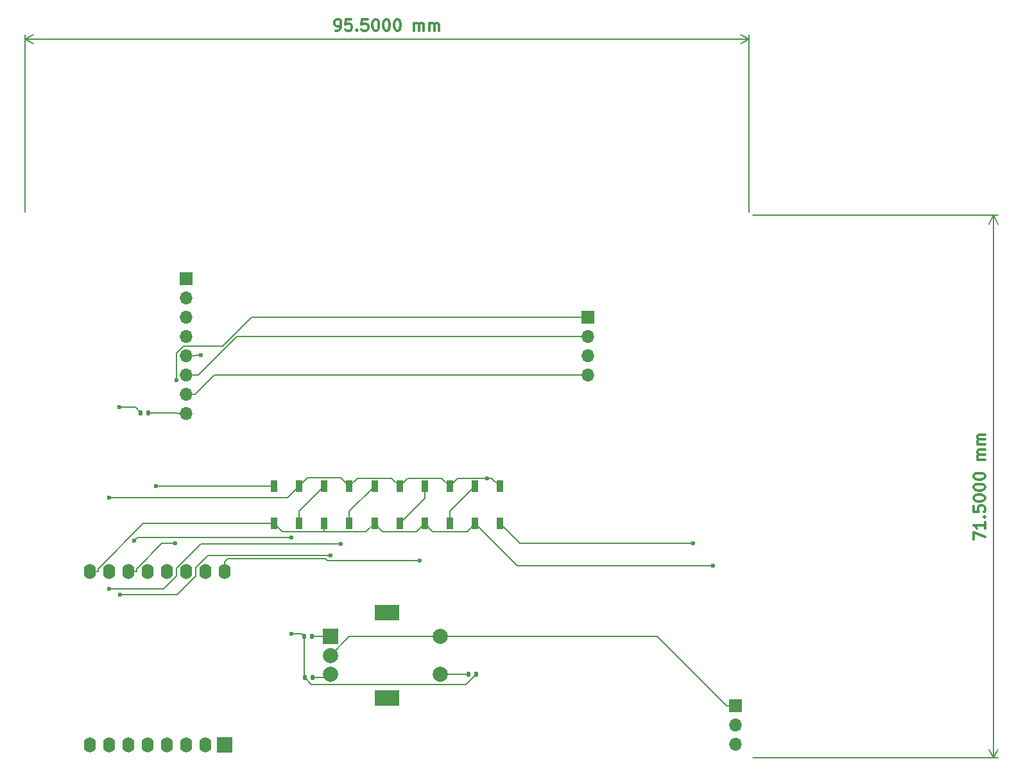
<source format=gbr>
%TF.GenerationSoftware,KiCad,Pcbnew,8.0.7-8.0.7-0~ubuntu22.04.1*%
%TF.CreationDate,2024-12-14T21:10:45+08:00*%
%TF.ProjectId,SmartClock,536d6172-7443-46c6-9f63-6b2e6b696361,rev?*%
%TF.SameCoordinates,Original*%
%TF.FileFunction,Copper,L1,Top*%
%TF.FilePolarity,Positive*%
%FSLAX46Y46*%
G04 Gerber Fmt 4.6, Leading zero omitted, Abs format (unit mm)*
G04 Created by KiCad (PCBNEW 8.0.7-8.0.7-0~ubuntu22.04.1) date 2024-12-14 21:10:45*
%MOMM*%
%LPD*%
G01*
G04 APERTURE LIST*
G04 Aperture macros list*
%AMRoundRect*
0 Rectangle with rounded corners*
0 $1 Rounding radius*
0 $2 $3 $4 $5 $6 $7 $8 $9 X,Y pos of 4 corners*
0 Add a 4 corners polygon primitive as box body*
4,1,4,$2,$3,$4,$5,$6,$7,$8,$9,$2,$3,0*
0 Add four circle primitives for the rounded corners*
1,1,$1+$1,$2,$3*
1,1,$1+$1,$4,$5*
1,1,$1+$1,$6,$7*
1,1,$1+$1,$8,$9*
0 Add four rect primitives between the rounded corners*
20,1,$1+$1,$2,$3,$4,$5,0*
20,1,$1+$1,$4,$5,$6,$7,0*
20,1,$1+$1,$6,$7,$8,$9,0*
20,1,$1+$1,$8,$9,$2,$3,0*%
G04 Aperture macros list end*
%ADD10C,0.300000*%
%TA.AperFunction,NonConductor*%
%ADD11C,0.300000*%
%TD*%
%TA.AperFunction,NonConductor*%
%ADD12C,0.200000*%
%TD*%
%TA.AperFunction,SMDPad,CuDef*%
%ADD13RoundRect,0.090000X0.360000X-0.660000X0.360000X0.660000X-0.360000X0.660000X-0.360000X-0.660000X0*%
%TD*%
%TA.AperFunction,ComponentPad*%
%ADD14R,1.700000X1.700000*%
%TD*%
%TA.AperFunction,ComponentPad*%
%ADD15O,1.700000X1.700000*%
%TD*%
%TA.AperFunction,ComponentPad*%
%ADD16R,2.000000X2.000000*%
%TD*%
%TA.AperFunction,ComponentPad*%
%ADD17C,2.000000*%
%TD*%
%TA.AperFunction,ComponentPad*%
%ADD18R,3.200000X2.000000*%
%TD*%
%TA.AperFunction,SMDPad,CuDef*%
%ADD19RoundRect,0.135000X0.135000X0.185000X-0.135000X0.185000X-0.135000X-0.185000X0.135000X-0.185000X0*%
%TD*%
%TA.AperFunction,SMDPad,CuDef*%
%ADD20RoundRect,0.135000X-0.135000X-0.185000X0.135000X-0.185000X0.135000X0.185000X-0.135000X0.185000X0*%
%TD*%
%TA.AperFunction,ComponentPad*%
%ADD21O,1.600000X2.000000*%
%TD*%
%TA.AperFunction,ViaPad*%
%ADD22C,0.600000*%
%TD*%
%TA.AperFunction,Conductor*%
%ADD23C,0.200000*%
%TD*%
G04 APERTURE END LIST*
D10*
D11*
X135964287Y-28628328D02*
X136250001Y-28628328D01*
X136250001Y-28628328D02*
X136392858Y-28556900D01*
X136392858Y-28556900D02*
X136464287Y-28485471D01*
X136464287Y-28485471D02*
X136607144Y-28271185D01*
X136607144Y-28271185D02*
X136678573Y-27985471D01*
X136678573Y-27985471D02*
X136678573Y-27414042D01*
X136678573Y-27414042D02*
X136607144Y-27271185D01*
X136607144Y-27271185D02*
X136535716Y-27199757D01*
X136535716Y-27199757D02*
X136392858Y-27128328D01*
X136392858Y-27128328D02*
X136107144Y-27128328D01*
X136107144Y-27128328D02*
X135964287Y-27199757D01*
X135964287Y-27199757D02*
X135892858Y-27271185D01*
X135892858Y-27271185D02*
X135821430Y-27414042D01*
X135821430Y-27414042D02*
X135821430Y-27771185D01*
X135821430Y-27771185D02*
X135892858Y-27914042D01*
X135892858Y-27914042D02*
X135964287Y-27985471D01*
X135964287Y-27985471D02*
X136107144Y-28056900D01*
X136107144Y-28056900D02*
X136392858Y-28056900D01*
X136392858Y-28056900D02*
X136535716Y-27985471D01*
X136535716Y-27985471D02*
X136607144Y-27914042D01*
X136607144Y-27914042D02*
X136678573Y-27771185D01*
X138035715Y-27128328D02*
X137321429Y-27128328D01*
X137321429Y-27128328D02*
X137250001Y-27842614D01*
X137250001Y-27842614D02*
X137321429Y-27771185D01*
X137321429Y-27771185D02*
X137464287Y-27699757D01*
X137464287Y-27699757D02*
X137821429Y-27699757D01*
X137821429Y-27699757D02*
X137964287Y-27771185D01*
X137964287Y-27771185D02*
X138035715Y-27842614D01*
X138035715Y-27842614D02*
X138107144Y-27985471D01*
X138107144Y-27985471D02*
X138107144Y-28342614D01*
X138107144Y-28342614D02*
X138035715Y-28485471D01*
X138035715Y-28485471D02*
X137964287Y-28556900D01*
X137964287Y-28556900D02*
X137821429Y-28628328D01*
X137821429Y-28628328D02*
X137464287Y-28628328D01*
X137464287Y-28628328D02*
X137321429Y-28556900D01*
X137321429Y-28556900D02*
X137250001Y-28485471D01*
X138750000Y-28485471D02*
X138821429Y-28556900D01*
X138821429Y-28556900D02*
X138750000Y-28628328D01*
X138750000Y-28628328D02*
X138678572Y-28556900D01*
X138678572Y-28556900D02*
X138750000Y-28485471D01*
X138750000Y-28485471D02*
X138750000Y-28628328D01*
X140178572Y-27128328D02*
X139464286Y-27128328D01*
X139464286Y-27128328D02*
X139392858Y-27842614D01*
X139392858Y-27842614D02*
X139464286Y-27771185D01*
X139464286Y-27771185D02*
X139607144Y-27699757D01*
X139607144Y-27699757D02*
X139964286Y-27699757D01*
X139964286Y-27699757D02*
X140107144Y-27771185D01*
X140107144Y-27771185D02*
X140178572Y-27842614D01*
X140178572Y-27842614D02*
X140250001Y-27985471D01*
X140250001Y-27985471D02*
X140250001Y-28342614D01*
X140250001Y-28342614D02*
X140178572Y-28485471D01*
X140178572Y-28485471D02*
X140107144Y-28556900D01*
X140107144Y-28556900D02*
X139964286Y-28628328D01*
X139964286Y-28628328D02*
X139607144Y-28628328D01*
X139607144Y-28628328D02*
X139464286Y-28556900D01*
X139464286Y-28556900D02*
X139392858Y-28485471D01*
X141178572Y-27128328D02*
X141321429Y-27128328D01*
X141321429Y-27128328D02*
X141464286Y-27199757D01*
X141464286Y-27199757D02*
X141535715Y-27271185D01*
X141535715Y-27271185D02*
X141607143Y-27414042D01*
X141607143Y-27414042D02*
X141678572Y-27699757D01*
X141678572Y-27699757D02*
X141678572Y-28056900D01*
X141678572Y-28056900D02*
X141607143Y-28342614D01*
X141607143Y-28342614D02*
X141535715Y-28485471D01*
X141535715Y-28485471D02*
X141464286Y-28556900D01*
X141464286Y-28556900D02*
X141321429Y-28628328D01*
X141321429Y-28628328D02*
X141178572Y-28628328D01*
X141178572Y-28628328D02*
X141035715Y-28556900D01*
X141035715Y-28556900D02*
X140964286Y-28485471D01*
X140964286Y-28485471D02*
X140892857Y-28342614D01*
X140892857Y-28342614D02*
X140821429Y-28056900D01*
X140821429Y-28056900D02*
X140821429Y-27699757D01*
X140821429Y-27699757D02*
X140892857Y-27414042D01*
X140892857Y-27414042D02*
X140964286Y-27271185D01*
X140964286Y-27271185D02*
X141035715Y-27199757D01*
X141035715Y-27199757D02*
X141178572Y-27128328D01*
X142607143Y-27128328D02*
X142750000Y-27128328D01*
X142750000Y-27128328D02*
X142892857Y-27199757D01*
X142892857Y-27199757D02*
X142964286Y-27271185D01*
X142964286Y-27271185D02*
X143035714Y-27414042D01*
X143035714Y-27414042D02*
X143107143Y-27699757D01*
X143107143Y-27699757D02*
X143107143Y-28056900D01*
X143107143Y-28056900D02*
X143035714Y-28342614D01*
X143035714Y-28342614D02*
X142964286Y-28485471D01*
X142964286Y-28485471D02*
X142892857Y-28556900D01*
X142892857Y-28556900D02*
X142750000Y-28628328D01*
X142750000Y-28628328D02*
X142607143Y-28628328D01*
X142607143Y-28628328D02*
X142464286Y-28556900D01*
X142464286Y-28556900D02*
X142392857Y-28485471D01*
X142392857Y-28485471D02*
X142321428Y-28342614D01*
X142321428Y-28342614D02*
X142250000Y-28056900D01*
X142250000Y-28056900D02*
X142250000Y-27699757D01*
X142250000Y-27699757D02*
X142321428Y-27414042D01*
X142321428Y-27414042D02*
X142392857Y-27271185D01*
X142392857Y-27271185D02*
X142464286Y-27199757D01*
X142464286Y-27199757D02*
X142607143Y-27128328D01*
X144035714Y-27128328D02*
X144178571Y-27128328D01*
X144178571Y-27128328D02*
X144321428Y-27199757D01*
X144321428Y-27199757D02*
X144392857Y-27271185D01*
X144392857Y-27271185D02*
X144464285Y-27414042D01*
X144464285Y-27414042D02*
X144535714Y-27699757D01*
X144535714Y-27699757D02*
X144535714Y-28056900D01*
X144535714Y-28056900D02*
X144464285Y-28342614D01*
X144464285Y-28342614D02*
X144392857Y-28485471D01*
X144392857Y-28485471D02*
X144321428Y-28556900D01*
X144321428Y-28556900D02*
X144178571Y-28628328D01*
X144178571Y-28628328D02*
X144035714Y-28628328D01*
X144035714Y-28628328D02*
X143892857Y-28556900D01*
X143892857Y-28556900D02*
X143821428Y-28485471D01*
X143821428Y-28485471D02*
X143749999Y-28342614D01*
X143749999Y-28342614D02*
X143678571Y-28056900D01*
X143678571Y-28056900D02*
X143678571Y-27699757D01*
X143678571Y-27699757D02*
X143749999Y-27414042D01*
X143749999Y-27414042D02*
X143821428Y-27271185D01*
X143821428Y-27271185D02*
X143892857Y-27199757D01*
X143892857Y-27199757D02*
X144035714Y-27128328D01*
X146321427Y-28628328D02*
X146321427Y-27628328D01*
X146321427Y-27771185D02*
X146392856Y-27699757D01*
X146392856Y-27699757D02*
X146535713Y-27628328D01*
X146535713Y-27628328D02*
X146749999Y-27628328D01*
X146749999Y-27628328D02*
X146892856Y-27699757D01*
X146892856Y-27699757D02*
X146964285Y-27842614D01*
X146964285Y-27842614D02*
X146964285Y-28628328D01*
X146964285Y-27842614D02*
X147035713Y-27699757D01*
X147035713Y-27699757D02*
X147178570Y-27628328D01*
X147178570Y-27628328D02*
X147392856Y-27628328D01*
X147392856Y-27628328D02*
X147535713Y-27699757D01*
X147535713Y-27699757D02*
X147607142Y-27842614D01*
X147607142Y-27842614D02*
X147607142Y-28628328D01*
X148321427Y-28628328D02*
X148321427Y-27628328D01*
X148321427Y-27771185D02*
X148392856Y-27699757D01*
X148392856Y-27699757D02*
X148535713Y-27628328D01*
X148535713Y-27628328D02*
X148749999Y-27628328D01*
X148749999Y-27628328D02*
X148892856Y-27699757D01*
X148892856Y-27699757D02*
X148964285Y-27842614D01*
X148964285Y-27842614D02*
X148964285Y-28628328D01*
X148964285Y-27842614D02*
X149035713Y-27699757D01*
X149035713Y-27699757D02*
X149178570Y-27628328D01*
X149178570Y-27628328D02*
X149392856Y-27628328D01*
X149392856Y-27628328D02*
X149535713Y-27699757D01*
X149535713Y-27699757D02*
X149607142Y-27842614D01*
X149607142Y-27842614D02*
X149607142Y-28628328D01*
D12*
X95000000Y-52500000D02*
X95000000Y-29163580D01*
X190500000Y-52500000D02*
X190500000Y-29163580D01*
X95000000Y-29750000D02*
X190500000Y-29750000D01*
X95000000Y-29750000D02*
X190500000Y-29750000D01*
X95000000Y-29750000D02*
X96126504Y-29163579D01*
X95000000Y-29750000D02*
X96126504Y-30336421D01*
X190500000Y-29750000D02*
X189373496Y-30336421D01*
X190500000Y-29750000D02*
X189373496Y-29163579D01*
D10*
D11*
X220128328Y-95749998D02*
X220128328Y-94749998D01*
X220128328Y-94749998D02*
X221628328Y-95392855D01*
X221628328Y-93392855D02*
X221628328Y-94249998D01*
X221628328Y-93821427D02*
X220128328Y-93821427D01*
X220128328Y-93821427D02*
X220342614Y-93964284D01*
X220342614Y-93964284D02*
X220485471Y-94107141D01*
X220485471Y-94107141D02*
X220556900Y-94249998D01*
X221485471Y-92749999D02*
X221556900Y-92678570D01*
X221556900Y-92678570D02*
X221628328Y-92749999D01*
X221628328Y-92749999D02*
X221556900Y-92821427D01*
X221556900Y-92821427D02*
X221485471Y-92749999D01*
X221485471Y-92749999D02*
X221628328Y-92749999D01*
X220128328Y-91321427D02*
X220128328Y-92035713D01*
X220128328Y-92035713D02*
X220842614Y-92107141D01*
X220842614Y-92107141D02*
X220771185Y-92035713D01*
X220771185Y-92035713D02*
X220699757Y-91892856D01*
X220699757Y-91892856D02*
X220699757Y-91535713D01*
X220699757Y-91535713D02*
X220771185Y-91392856D01*
X220771185Y-91392856D02*
X220842614Y-91321427D01*
X220842614Y-91321427D02*
X220985471Y-91249998D01*
X220985471Y-91249998D02*
X221342614Y-91249998D01*
X221342614Y-91249998D02*
X221485471Y-91321427D01*
X221485471Y-91321427D02*
X221556900Y-91392856D01*
X221556900Y-91392856D02*
X221628328Y-91535713D01*
X221628328Y-91535713D02*
X221628328Y-91892856D01*
X221628328Y-91892856D02*
X221556900Y-92035713D01*
X221556900Y-92035713D02*
X221485471Y-92107141D01*
X220128328Y-90321427D02*
X220128328Y-90178570D01*
X220128328Y-90178570D02*
X220199757Y-90035713D01*
X220199757Y-90035713D02*
X220271185Y-89964285D01*
X220271185Y-89964285D02*
X220414042Y-89892856D01*
X220414042Y-89892856D02*
X220699757Y-89821427D01*
X220699757Y-89821427D02*
X221056900Y-89821427D01*
X221056900Y-89821427D02*
X221342614Y-89892856D01*
X221342614Y-89892856D02*
X221485471Y-89964285D01*
X221485471Y-89964285D02*
X221556900Y-90035713D01*
X221556900Y-90035713D02*
X221628328Y-90178570D01*
X221628328Y-90178570D02*
X221628328Y-90321427D01*
X221628328Y-90321427D02*
X221556900Y-90464285D01*
X221556900Y-90464285D02*
X221485471Y-90535713D01*
X221485471Y-90535713D02*
X221342614Y-90607142D01*
X221342614Y-90607142D02*
X221056900Y-90678570D01*
X221056900Y-90678570D02*
X220699757Y-90678570D01*
X220699757Y-90678570D02*
X220414042Y-90607142D01*
X220414042Y-90607142D02*
X220271185Y-90535713D01*
X220271185Y-90535713D02*
X220199757Y-90464285D01*
X220199757Y-90464285D02*
X220128328Y-90321427D01*
X220128328Y-88892856D02*
X220128328Y-88749999D01*
X220128328Y-88749999D02*
X220199757Y-88607142D01*
X220199757Y-88607142D02*
X220271185Y-88535714D01*
X220271185Y-88535714D02*
X220414042Y-88464285D01*
X220414042Y-88464285D02*
X220699757Y-88392856D01*
X220699757Y-88392856D02*
X221056900Y-88392856D01*
X221056900Y-88392856D02*
X221342614Y-88464285D01*
X221342614Y-88464285D02*
X221485471Y-88535714D01*
X221485471Y-88535714D02*
X221556900Y-88607142D01*
X221556900Y-88607142D02*
X221628328Y-88749999D01*
X221628328Y-88749999D02*
X221628328Y-88892856D01*
X221628328Y-88892856D02*
X221556900Y-89035714D01*
X221556900Y-89035714D02*
X221485471Y-89107142D01*
X221485471Y-89107142D02*
X221342614Y-89178571D01*
X221342614Y-89178571D02*
X221056900Y-89249999D01*
X221056900Y-89249999D02*
X220699757Y-89249999D01*
X220699757Y-89249999D02*
X220414042Y-89178571D01*
X220414042Y-89178571D02*
X220271185Y-89107142D01*
X220271185Y-89107142D02*
X220199757Y-89035714D01*
X220199757Y-89035714D02*
X220128328Y-88892856D01*
X220128328Y-87464285D02*
X220128328Y-87321428D01*
X220128328Y-87321428D02*
X220199757Y-87178571D01*
X220199757Y-87178571D02*
X220271185Y-87107143D01*
X220271185Y-87107143D02*
X220414042Y-87035714D01*
X220414042Y-87035714D02*
X220699757Y-86964285D01*
X220699757Y-86964285D02*
X221056900Y-86964285D01*
X221056900Y-86964285D02*
X221342614Y-87035714D01*
X221342614Y-87035714D02*
X221485471Y-87107143D01*
X221485471Y-87107143D02*
X221556900Y-87178571D01*
X221556900Y-87178571D02*
X221628328Y-87321428D01*
X221628328Y-87321428D02*
X221628328Y-87464285D01*
X221628328Y-87464285D02*
X221556900Y-87607143D01*
X221556900Y-87607143D02*
X221485471Y-87678571D01*
X221485471Y-87678571D02*
X221342614Y-87750000D01*
X221342614Y-87750000D02*
X221056900Y-87821428D01*
X221056900Y-87821428D02*
X220699757Y-87821428D01*
X220699757Y-87821428D02*
X220414042Y-87750000D01*
X220414042Y-87750000D02*
X220271185Y-87678571D01*
X220271185Y-87678571D02*
X220199757Y-87607143D01*
X220199757Y-87607143D02*
X220128328Y-87464285D01*
X221628328Y-85178572D02*
X220628328Y-85178572D01*
X220771185Y-85178572D02*
X220699757Y-85107143D01*
X220699757Y-85107143D02*
X220628328Y-84964286D01*
X220628328Y-84964286D02*
X220628328Y-84750000D01*
X220628328Y-84750000D02*
X220699757Y-84607143D01*
X220699757Y-84607143D02*
X220842614Y-84535715D01*
X220842614Y-84535715D02*
X221628328Y-84535715D01*
X220842614Y-84535715D02*
X220699757Y-84464286D01*
X220699757Y-84464286D02*
X220628328Y-84321429D01*
X220628328Y-84321429D02*
X220628328Y-84107143D01*
X220628328Y-84107143D02*
X220699757Y-83964286D01*
X220699757Y-83964286D02*
X220842614Y-83892857D01*
X220842614Y-83892857D02*
X221628328Y-83892857D01*
X221628328Y-83178572D02*
X220628328Y-83178572D01*
X220771185Y-83178572D02*
X220699757Y-83107143D01*
X220699757Y-83107143D02*
X220628328Y-82964286D01*
X220628328Y-82964286D02*
X220628328Y-82750000D01*
X220628328Y-82750000D02*
X220699757Y-82607143D01*
X220699757Y-82607143D02*
X220842614Y-82535715D01*
X220842614Y-82535715D02*
X221628328Y-82535715D01*
X220842614Y-82535715D02*
X220699757Y-82464286D01*
X220699757Y-82464286D02*
X220628328Y-82321429D01*
X220628328Y-82321429D02*
X220628328Y-82107143D01*
X220628328Y-82107143D02*
X220699757Y-81964286D01*
X220699757Y-81964286D02*
X220842614Y-81892857D01*
X220842614Y-81892857D02*
X221628328Y-81892857D01*
D12*
X191000000Y-124500000D02*
X223336420Y-124500000D01*
X191000000Y-53000000D02*
X223336420Y-53000000D01*
X222750000Y-124500000D02*
X222750000Y-53000000D01*
X222750000Y-124500000D02*
X222750000Y-53000000D01*
X222750000Y-124500000D02*
X222163579Y-123373496D01*
X222750000Y-124500000D02*
X223336421Y-123373496D01*
X222750000Y-53000000D02*
X223336421Y-54126504D01*
X222750000Y-53000000D02*
X222163579Y-54126504D01*
D13*
%TO.P,D3,1,VDD*%
%TO.N,+5V*%
X141095000Y-93610000D03*
%TO.P,D3,2,DOUT*%
%TO.N,Net-(D3-DOUT)*%
X144395000Y-93610000D03*
%TO.P,D3,3,VSS*%
%TO.N,GND*%
X144395000Y-88710000D03*
%TO.P,D3,4,DIN*%
%TO.N,Net-(D2-DOUT)*%
X141095000Y-88710000D03*
%TD*%
D14*
%TO.P,U1,1,3V3*%
%TO.N,unconnected-(U1-3V3-Pad1)*%
X116250000Y-61360000D03*
D15*
%TO.P,U1,2,GND*%
%TO.N,GND*%
X116250000Y-63900000D03*
%TO.P,U1,3,LCD_CS*%
%TO.N,TFT_CS*%
X116250000Y-66440000D03*
%TO.P,U1,4,EN*%
%TO.N,TFT_EN*%
X116250000Y-68980000D03*
%TO.P,U1,5,D/C*%
%TO.N,TFT_DC*%
X116250000Y-71520000D03*
%TO.P,U1,6,LCD_MOSI*%
%TO.N,MOSI*%
X116250000Y-74060000D03*
%TO.P,U1,7,LCD_SCK*%
%TO.N,SCK*%
X116250000Y-76600000D03*
%TO.P,U1,8,LED*%
%TO.N,Net-(U1-LED)*%
X116250000Y-79140000D03*
D14*
%TO.P,U1,9,SD_CS*%
%TO.N,SD_CS*%
X169250000Y-66440000D03*
D15*
%TO.P,U1,10,SD_MOSI*%
%TO.N,MOSI*%
X169250000Y-68980000D03*
%TO.P,U1,11,SD_MISO*%
%TO.N,MISO*%
X169250000Y-71520000D03*
%TO.P,U1,12,SD_SCK*%
%TO.N,SCK*%
X169250000Y-74060000D03*
%TD*%
D13*
%TO.P,D5,1,VDD*%
%TO.N,+5V*%
X154335000Y-93610000D03*
%TO.P,D5,2,DOUT*%
%TO.N,Net-(D5-DOUT)*%
X157635000Y-93610000D03*
%TO.P,D5,3,VSS*%
%TO.N,GND*%
X157635000Y-88710000D03*
%TO.P,D5,4,DIN*%
%TO.N,Net-(D4-DOUT)*%
X154335000Y-88710000D03*
%TD*%
D16*
%TO.P,SW1,A,A*%
%TO.N,EC11_A*%
X135250000Y-108500000D03*
D17*
%TO.P,SW1,B,B*%
%TO.N,EC11_B*%
X135250000Y-113500000D03*
%TO.P,SW1,C,C*%
%TO.N,GND*%
X135250000Y-111000000D03*
D18*
%TO.P,SW1,MP*%
%TO.N,N/C*%
X142750000Y-105400000D03*
X142750000Y-116600000D03*
D17*
%TO.P,SW1,S1,S1*%
%TO.N,EC11_S*%
X149750000Y-113500000D03*
%TO.P,SW1,S2,S2*%
%TO.N,GND*%
X149750000Y-108500000D03*
%TD*%
D13*
%TO.P,D2,1,VDD*%
%TO.N,+5V*%
X134475000Y-93610000D03*
%TO.P,D2,2,DOUT*%
%TO.N,Net-(D2-DOUT)*%
X137775000Y-93610000D03*
%TO.P,D2,3,VSS*%
%TO.N,GND*%
X137775000Y-88710000D03*
%TO.P,D2,4,DIN*%
%TO.N,Net-(D1-DOUT)*%
X134475000Y-88710000D03*
%TD*%
D19*
%TO.P,R4,1*%
%TO.N,+3V3*%
X154510000Y-113490000D03*
%TO.P,R4,2*%
%TO.N,EC11_S*%
X153490000Y-113490000D03*
%TD*%
D20*
%TO.P,R2,1*%
%TO.N,+3V3*%
X131830000Y-108500000D03*
%TO.P,R2,2*%
%TO.N,EC11_A*%
X132850000Y-108500000D03*
%TD*%
D13*
%TO.P,D1,1,VDD*%
%TO.N,+5V*%
X127855000Y-93610000D03*
%TO.P,D1,2,DOUT*%
%TO.N,Net-(D1-DOUT)*%
X131155000Y-93610000D03*
%TO.P,D1,3,VSS*%
%TO.N,GND*%
X131155000Y-88710000D03*
%TO.P,D1,4,DIN*%
%TO.N,WS2812B*%
X127855000Y-88710000D03*
%TD*%
D20*
%TO.P,R3,1*%
%TO.N,+3V3*%
X131880000Y-113950000D03*
%TO.P,R3,2*%
%TO.N,EC11_B*%
X132900000Y-113950000D03*
%TD*%
D13*
%TO.P,D4,1,VDD*%
%TO.N,+5V*%
X147715000Y-93610000D03*
%TO.P,D4,2,DOUT*%
%TO.N,Net-(D4-DOUT)*%
X151015000Y-93610000D03*
%TO.P,D4,3,VSS*%
%TO.N,GND*%
X151015000Y-88710000D03*
%TO.P,D4,4,DIN*%
%TO.N,Net-(D3-DOUT)*%
X147715000Y-88710000D03*
%TD*%
D20*
%TO.P,R1,1*%
%TO.N,BackLight*%
X110240000Y-79000000D03*
%TO.P,R1,2*%
%TO.N,Net-(U1-LED)*%
X111260000Y-79000000D03*
%TD*%
D14*
%TO.P,J1,1,Pin_1*%
%TO.N,GND*%
X188700000Y-117650000D03*
D15*
%TO.P,J1,2,Pin_2*%
%TO.N,+5V*%
X188700000Y-120190000D03*
%TO.P,J1,3,Pin_3*%
%TO.N,Net-(D5-DOUT)*%
X188700000Y-122730000D03*
%TD*%
D16*
%TO.P,U2,1,~{RST}*%
%TO.N,unconnected-(U2-~{RST}-Pad1)*%
X121280000Y-122850000D03*
D21*
%TO.P,U2,2,IO3*%
%TO.N,TFT_DC*%
X118740000Y-122850000D03*
%TO.P,U2,3,MISO/IO2*%
%TO.N,MISO*%
X116200000Y-122850000D03*
%TO.P,U2,4,IO1*%
%TO.N,SD_CS*%
X113660000Y-122850000D03*
%TO.P,U2,5,IO0*%
%TO.N,BackLight*%
X111120000Y-122850000D03*
%TO.P,U2,6,IO4*%
%TO.N,EC11_A*%
X108580000Y-122850000D03*
%TO.P,U2,7,IO5*%
%TO.N,EC11_B*%
X106040000Y-122850000D03*
%TO.P,U2,8,3V3*%
%TO.N,+3V3*%
X103500000Y-122850000D03*
%TO.P,U2,9,5V*%
%TO.N,+5V*%
X103500000Y-99990000D03*
%TO.P,U2,10,GND*%
%TO.N,GND*%
X106040000Y-99990000D03*
%TO.P,U2,11,SCK/IO6*%
%TO.N,SCK*%
X108580000Y-99990000D03*
%TO.P,U2,12,MOSI/IO7*%
%TO.N,WS2812B*%
X111120000Y-99990000D03*
%TO.P,U2,13,IO8*%
%TO.N,TFT_EN*%
X113660000Y-99990000D03*
%TO.P,U2,14,CS0/IO10*%
%TO.N,TFT_CS*%
X116200000Y-99990000D03*
%TO.P,U2,15,RX*%
%TO.N,MOSI*%
X118740000Y-99990000D03*
%TO.P,U2,16,TX*%
%TO.N,EC11_S*%
X121280000Y-99990000D03*
%TD*%
D22*
%TO.N,Net-(D5-DOUT)*%
X183125700Y-96218700D03*
%TO.N,WS2812B*%
X112221700Y-88710000D03*
%TO.N,+3V3*%
X109392700Y-95867300D03*
X130134200Y-95497100D03*
X130134200Y-108168700D03*
%TO.N,+5V*%
X185723500Y-99206200D03*
%TO.N,TFT_DC*%
X118191800Y-71434100D03*
%TO.N,SCK*%
X114776300Y-96218700D03*
%TO.N,SD_CS*%
X114958400Y-74689700D03*
%TO.N,EC11_B*%
X136635300Y-96268900D03*
X106040000Y-102193700D03*
%TO.N,EC11_S*%
X147030600Y-98472200D03*
%TO.N,EC11_A*%
X107478300Y-102990600D03*
X135250000Y-97865200D03*
%TO.N,GND*%
X106040000Y-90243700D03*
X155985000Y-87631500D03*
%TO.N,BackLight*%
X107454100Y-78293700D03*
%TD*%
D23*
%TO.N,Net-(D4-DOUT)*%
X151015000Y-92030000D02*
X154335000Y-88710000D01*
X151015000Y-93610000D02*
X151015000Y-92030000D01*
%TO.N,Net-(D3-DOUT)*%
X147715000Y-90290000D02*
X144395000Y-93610000D01*
X147715000Y-88710000D02*
X147715000Y-90290000D01*
%TO.N,Net-(D2-DOUT)*%
X137775000Y-92030000D02*
X141095000Y-88710000D01*
X137775000Y-93610000D02*
X137775000Y-92030000D01*
%TO.N,Net-(D1-DOUT)*%
X131155000Y-92030000D02*
X134475000Y-88710000D01*
X131155000Y-93610000D02*
X131155000Y-92030000D01*
%TO.N,Net-(D5-DOUT)*%
X160243700Y-96218700D02*
X183125700Y-96218700D01*
X157635000Y-93610000D02*
X160243700Y-96218700D01*
%TO.N,WS2812B*%
X127855000Y-88710000D02*
X112221700Y-88710000D01*
%TO.N,+3V3*%
X153181600Y-114818400D02*
X154510000Y-113490000D01*
X132748400Y-114818400D02*
X153181600Y-114818400D01*
X131880000Y-113950000D02*
X132748400Y-114818400D01*
X131830000Y-113900000D02*
X131830000Y-108500000D01*
X131880000Y-113950000D02*
X131830000Y-113900000D01*
X131498700Y-108168700D02*
X131830000Y-108500000D01*
X130134200Y-108168700D02*
X131498700Y-108168700D01*
X109762900Y-95497100D02*
X130134200Y-95497100D01*
X109392700Y-95867300D02*
X109762900Y-95497100D01*
%TO.N,+5V*%
X103500000Y-99990000D02*
X104601700Y-99990000D01*
X159931200Y-99206200D02*
X154335000Y-93610000D01*
X185723500Y-99206200D02*
X159931200Y-99206200D01*
X110568600Y-93610000D02*
X127855000Y-93610000D01*
X104601700Y-99576900D02*
X110568600Y-93610000D01*
X104601700Y-99990000D02*
X104601700Y-99576900D01*
X134475000Y-94725300D02*
X134475000Y-93610000D01*
X128970300Y-94725300D02*
X134475000Y-94725300D01*
X127855000Y-93610000D02*
X128970300Y-94725300D01*
X153283000Y-94662000D02*
X154335000Y-93610000D01*
X148767000Y-94662000D02*
X153283000Y-94662000D01*
X147715000Y-93610000D02*
X148767000Y-94662000D01*
X139979700Y-94725300D02*
X141095000Y-93610000D01*
X134475000Y-94725300D02*
X139979700Y-94725300D01*
X142147000Y-94662000D02*
X141095000Y-93610000D01*
X146663000Y-94662000D02*
X142147000Y-94662000D01*
X147715000Y-93610000D02*
X146663000Y-94662000D01*
%TO.N,TFT_DC*%
X117487600Y-71434100D02*
X117401700Y-71520000D01*
X118191800Y-71434100D02*
X117487600Y-71434100D01*
X116250000Y-71520000D02*
X117401700Y-71520000D01*
%TO.N,SCK*%
X119941700Y-74060000D02*
X117401700Y-76600000D01*
X169250000Y-74060000D02*
X119941700Y-74060000D01*
X116250000Y-76600000D02*
X117401700Y-76600000D01*
X108580000Y-99990000D02*
X109681700Y-99990000D01*
X113039900Y-96218700D02*
X114776300Y-96218700D01*
X109681700Y-99576900D02*
X113039900Y-96218700D01*
X109681700Y-99990000D02*
X109681700Y-99576900D01*
%TO.N,SD_CS*%
X124892500Y-66440000D02*
X169250000Y-66440000D01*
X121082500Y-70250000D02*
X124892500Y-66440000D01*
X115883300Y-70250000D02*
X121082500Y-70250000D01*
X114958400Y-71174900D02*
X115883300Y-70250000D01*
X114958400Y-74689700D02*
X114958400Y-71174900D01*
%TO.N,MOSI*%
X116250000Y-74060000D02*
X117401700Y-74060000D01*
X117876200Y-74060000D02*
X117401700Y-74060000D01*
X122956200Y-68980000D02*
X117876200Y-74060000D01*
X169250000Y-68980000D02*
X122956200Y-68980000D01*
%TO.N,EC11_B*%
X134800000Y-113950000D02*
X135250000Y-113500000D01*
X132900000Y-113950000D02*
X134800000Y-113950000D01*
X118148000Y-96268900D02*
X136635300Y-96268900D01*
X114930000Y-99486900D02*
X118148000Y-96268900D01*
X114930000Y-100501300D02*
X114930000Y-99486900D01*
X113237600Y-102193700D02*
X114930000Y-100501300D01*
X106040000Y-102193700D02*
X113237600Y-102193700D01*
%TO.N,EC11_S*%
X149760000Y-113490000D02*
X149750000Y-113500000D01*
X153490000Y-113490000D02*
X149760000Y-113490000D01*
X121280000Y-99990000D02*
X121280000Y-98688300D01*
X134839700Y-98472200D02*
X147030600Y-98472200D01*
X134634400Y-98266900D02*
X134839700Y-98472200D01*
X121701400Y-98266900D02*
X134634400Y-98266900D01*
X121280000Y-98688300D02*
X121701400Y-98266900D01*
%TO.N,EC11_A*%
X132850000Y-108500000D02*
X135250000Y-108500000D01*
X115027600Y-102990600D02*
X107478300Y-102990600D01*
X117470000Y-100548200D02*
X115027600Y-102990600D01*
X117470000Y-99474700D02*
X117470000Y-100548200D01*
X119079500Y-97865200D02*
X117470000Y-99474700D01*
X135250000Y-97865200D02*
X119079500Y-97865200D01*
%TO.N,GND*%
X188700000Y-117650000D02*
X187548300Y-117650000D01*
X178398300Y-108500000D02*
X149750000Y-108500000D01*
X187548300Y-117650000D02*
X178398300Y-108500000D01*
X137750000Y-108500000D02*
X135250000Y-111000000D01*
X149750000Y-108500000D02*
X137750000Y-108500000D01*
X129621300Y-90243700D02*
X131155000Y-88710000D01*
X106040000Y-90243700D02*
X129621300Y-90243700D01*
X156556500Y-87631500D02*
X155985000Y-87631500D01*
X157635000Y-88710000D02*
X156556500Y-87631500D01*
X152093500Y-87631500D02*
X151015000Y-88710000D01*
X155985000Y-87631500D02*
X152093500Y-87631500D01*
X149963000Y-87658000D02*
X151015000Y-88710000D01*
X145447000Y-87658000D02*
X149963000Y-87658000D01*
X144395000Y-88710000D02*
X145447000Y-87658000D01*
X136660100Y-87595100D02*
X137775000Y-88710000D01*
X132269900Y-87595100D02*
X136660100Y-87595100D01*
X131155000Y-88710000D02*
X132269900Y-87595100D01*
X138827000Y-87658000D02*
X137775000Y-88710000D01*
X143343000Y-87658000D02*
X138827000Y-87658000D01*
X144395000Y-88710000D02*
X143343000Y-87658000D01*
%TO.N,BackLight*%
X109533700Y-78293700D02*
X107454100Y-78293700D01*
X110240000Y-79000000D02*
X109533700Y-78293700D01*
%TO.N,Net-(U1-LED)*%
X114958300Y-79000000D02*
X115098300Y-79140000D01*
X111260000Y-79000000D02*
X114958300Y-79000000D01*
X116250000Y-79140000D02*
X115098300Y-79140000D01*
%TD*%
M02*

</source>
